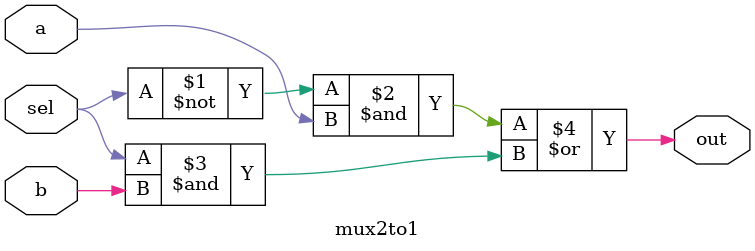
<source format=sv>
module mux2to1 (
	input a,
	input b,
	input sel,
	output out);
	
	assign out = ((~ sel) & a) | (sel & b);

endmodule

</source>
